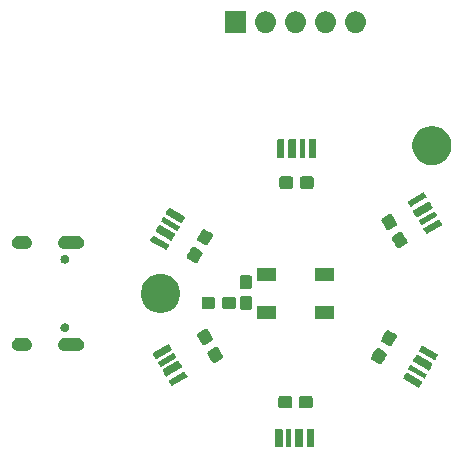
<source format=gbr>
G04 #@! TF.GenerationSoftware,KiCad,Pcbnew,(5.1.4-0-10_14)*
G04 #@! TF.CreationDate,2019-11-19T00:31:21+08:00*
G04 #@! TF.ProjectId,z2m_partner,7a326d5f-7061-4727-946e-65722e6b6963,rev?*
G04 #@! TF.SameCoordinates,Original*
G04 #@! TF.FileFunction,Soldermask,Bot*
G04 #@! TF.FilePolarity,Negative*
%FSLAX46Y46*%
G04 Gerber Fmt 4.6, Leading zero omitted, Abs format (unit mm)*
G04 Created by KiCad (PCBNEW (5.1.4-0-10_14)) date 2019-11-19 00:31:21*
%MOMM*%
%LPD*%
G04 APERTURE LIST*
%ADD10C,0.100000*%
G04 APERTURE END LIST*
D10*
G36*
X186020113Y-114321045D02*
G01*
X186034160Y-114325305D01*
X186047110Y-114332227D01*
X186058459Y-114341541D01*
X186067773Y-114352890D01*
X186074695Y-114365840D01*
X186078955Y-114379887D01*
X186081000Y-114400643D01*
X186081000Y-115839357D01*
X186078955Y-115860113D01*
X186074695Y-115874160D01*
X186067773Y-115887110D01*
X186058459Y-115898459D01*
X186047110Y-115907773D01*
X186034160Y-115914695D01*
X186020113Y-115918955D01*
X185999357Y-115921000D01*
X185610643Y-115921000D01*
X185589887Y-115918955D01*
X185575840Y-115914695D01*
X185562890Y-115907773D01*
X185551541Y-115898459D01*
X185542227Y-115887110D01*
X185535305Y-115874160D01*
X185531045Y-115860113D01*
X185529000Y-115839357D01*
X185529000Y-114400643D01*
X185531045Y-114379887D01*
X185535305Y-114365840D01*
X185542227Y-114352890D01*
X185551541Y-114341541D01*
X185562890Y-114332227D01*
X185575840Y-114325305D01*
X185589887Y-114321045D01*
X185610643Y-114319000D01*
X185999357Y-114319000D01*
X186020113Y-114321045D01*
X186020113Y-114321045D01*
G37*
G36*
X185089928Y-114321764D02*
G01*
X185111009Y-114328160D01*
X185130445Y-114338548D01*
X185147476Y-114352524D01*
X185161452Y-114369555D01*
X185171840Y-114388991D01*
X185178236Y-114410072D01*
X185181000Y-114438140D01*
X185181000Y-115801860D01*
X185178236Y-115829928D01*
X185171840Y-115851009D01*
X185161452Y-115870445D01*
X185147476Y-115887476D01*
X185130445Y-115901452D01*
X185111009Y-115911840D01*
X185089928Y-115918236D01*
X185061860Y-115921000D01*
X184598140Y-115921000D01*
X184570072Y-115918236D01*
X184548991Y-115911840D01*
X184529555Y-115901452D01*
X184512524Y-115887476D01*
X184498548Y-115870445D01*
X184488160Y-115851009D01*
X184481764Y-115829928D01*
X184479000Y-115801860D01*
X184479000Y-114438140D01*
X184481764Y-114410072D01*
X184488160Y-114388991D01*
X184498548Y-114369555D01*
X184512524Y-114352524D01*
X184529555Y-114338548D01*
X184548991Y-114328160D01*
X184570072Y-114321764D01*
X184598140Y-114319000D01*
X185061860Y-114319000D01*
X185089928Y-114321764D01*
X185089928Y-114321764D01*
G37*
G36*
X184140232Y-114320563D02*
G01*
X184149595Y-114323403D01*
X184158224Y-114328016D01*
X184165782Y-114334218D01*
X184171984Y-114341776D01*
X184176597Y-114350405D01*
X184179437Y-114359768D01*
X184181000Y-114375640D01*
X184181000Y-115864360D01*
X184179437Y-115880232D01*
X184176597Y-115889595D01*
X184171984Y-115898224D01*
X184165782Y-115905782D01*
X184158224Y-115911984D01*
X184149595Y-115916597D01*
X184140232Y-115919437D01*
X184124360Y-115921000D01*
X183785640Y-115921000D01*
X183769768Y-115919437D01*
X183760405Y-115916597D01*
X183751776Y-115911984D01*
X183744218Y-115905782D01*
X183738016Y-115898224D01*
X183733403Y-115889595D01*
X183730563Y-115880232D01*
X183729000Y-115864360D01*
X183729000Y-114375640D01*
X183730563Y-114359768D01*
X183733403Y-114350405D01*
X183738016Y-114341776D01*
X183744218Y-114334218D01*
X183751776Y-114328016D01*
X183760405Y-114323403D01*
X183769768Y-114320563D01*
X183785640Y-114319000D01*
X184124360Y-114319000D01*
X184140232Y-114320563D01*
X184140232Y-114320563D01*
G37*
G36*
X183360051Y-114321284D02*
G01*
X183376443Y-114326257D01*
X183391555Y-114334334D01*
X183404798Y-114345202D01*
X183415666Y-114358445D01*
X183423743Y-114373557D01*
X183428716Y-114389949D01*
X183431000Y-114413141D01*
X183431000Y-115826859D01*
X183428716Y-115850051D01*
X183423743Y-115866443D01*
X183415666Y-115881555D01*
X183404798Y-115894798D01*
X183391555Y-115905666D01*
X183376443Y-115913743D01*
X183360051Y-115918716D01*
X183336859Y-115921000D01*
X182923141Y-115921000D01*
X182899949Y-115918716D01*
X182883557Y-115913743D01*
X182868445Y-115905666D01*
X182855202Y-115894798D01*
X182844334Y-115881555D01*
X182836257Y-115866443D01*
X182831284Y-115850051D01*
X182829000Y-115826859D01*
X182829000Y-114413141D01*
X182831284Y-114389949D01*
X182836257Y-114373557D01*
X182844334Y-114358445D01*
X182855202Y-114345202D01*
X182868445Y-114334334D01*
X182883557Y-114326257D01*
X182899949Y-114321284D01*
X182923141Y-114319000D01*
X183336859Y-114319000D01*
X183360051Y-114321284D01*
X183360051Y-114321284D01*
G37*
G36*
X185819499Y-111558445D02*
G01*
X185856995Y-111569820D01*
X185891554Y-111588292D01*
X185921847Y-111613153D01*
X185946708Y-111643446D01*
X185965180Y-111678005D01*
X185976555Y-111715501D01*
X185981000Y-111760638D01*
X185981000Y-112399362D01*
X185976555Y-112444499D01*
X185965180Y-112481995D01*
X185946708Y-112516554D01*
X185921847Y-112546847D01*
X185891554Y-112571708D01*
X185856995Y-112590180D01*
X185819499Y-112601555D01*
X185774362Y-112606000D01*
X185035638Y-112606000D01*
X184990501Y-112601555D01*
X184953005Y-112590180D01*
X184918446Y-112571708D01*
X184888153Y-112546847D01*
X184863292Y-112516554D01*
X184844820Y-112481995D01*
X184833445Y-112444499D01*
X184829000Y-112399362D01*
X184829000Y-111760638D01*
X184833445Y-111715501D01*
X184844820Y-111678005D01*
X184863292Y-111643446D01*
X184888153Y-111613153D01*
X184918446Y-111588292D01*
X184953005Y-111569820D01*
X184990501Y-111558445D01*
X185035638Y-111554000D01*
X185774362Y-111554000D01*
X185819499Y-111558445D01*
X185819499Y-111558445D01*
G37*
G36*
X184069499Y-111558445D02*
G01*
X184106995Y-111569820D01*
X184141554Y-111588292D01*
X184171847Y-111613153D01*
X184196708Y-111643446D01*
X184215180Y-111678005D01*
X184226555Y-111715501D01*
X184231000Y-111760638D01*
X184231000Y-112399362D01*
X184226555Y-112444499D01*
X184215180Y-112481995D01*
X184196708Y-112516554D01*
X184171847Y-112546847D01*
X184141554Y-112571708D01*
X184106995Y-112590180D01*
X184069499Y-112601555D01*
X184024362Y-112606000D01*
X183285638Y-112606000D01*
X183240501Y-112601555D01*
X183203005Y-112590180D01*
X183168446Y-112571708D01*
X183138153Y-112546847D01*
X183113292Y-112516554D01*
X183094820Y-112481995D01*
X183083445Y-112444499D01*
X183079000Y-112399362D01*
X183079000Y-111760638D01*
X183083445Y-111715501D01*
X183094820Y-111678005D01*
X183113292Y-111643446D01*
X183138153Y-111613153D01*
X183168446Y-111588292D01*
X183203005Y-111569820D01*
X183240501Y-111558445D01*
X183285638Y-111554000D01*
X184024362Y-111554000D01*
X184069499Y-111558445D01*
X184069499Y-111558445D01*
G37*
G36*
X193950913Y-109599825D02*
G01*
X193967596Y-109603715D01*
X193988825Y-109613334D01*
X194037630Y-109641511D01*
X194037631Y-109641512D01*
X195164331Y-110292012D01*
X195164334Y-110292014D01*
X195213136Y-110320190D01*
X195232083Y-110333767D01*
X195243792Y-110346269D01*
X195252838Y-110360816D01*
X195258875Y-110376856D01*
X195261665Y-110393757D01*
X195261105Y-110410881D01*
X195257215Y-110427563D01*
X195247596Y-110448791D01*
X195219423Y-110497589D01*
X195219418Y-110497599D01*
X195068918Y-110758273D01*
X195068912Y-110758281D01*
X195040737Y-110807082D01*
X195027165Y-110826021D01*
X195014660Y-110837734D01*
X195000110Y-110846781D01*
X194984074Y-110852817D01*
X194967173Y-110855607D01*
X194950049Y-110855047D01*
X194933366Y-110851157D01*
X194912137Y-110841538D01*
X194809454Y-110782254D01*
X193736631Y-110162860D01*
X193736628Y-110162858D01*
X193687826Y-110134682D01*
X193668879Y-110121105D01*
X193657170Y-110108603D01*
X193648124Y-110094056D01*
X193642087Y-110078016D01*
X193639297Y-110061115D01*
X193639857Y-110043991D01*
X193643747Y-110027309D01*
X193653366Y-110006081D01*
X193681539Y-109957283D01*
X193681544Y-109957273D01*
X193832044Y-109696599D01*
X193832050Y-109696591D01*
X193860225Y-109647790D01*
X193873797Y-109628851D01*
X193886302Y-109617138D01*
X193900852Y-109608091D01*
X193916888Y-109602055D01*
X193933789Y-109599265D01*
X193950913Y-109599825D01*
X193950913Y-109599825D01*
G37*
G36*
X175134454Y-109500451D02*
G01*
X175148193Y-109505622D01*
X175160664Y-109513376D01*
X175171381Y-109523414D01*
X175183524Y-109540359D01*
X175211701Y-109589164D01*
X175211706Y-109589170D01*
X175314258Y-109766796D01*
X175377883Y-109876998D01*
X175386491Y-109895997D01*
X175389825Y-109910296D01*
X175390305Y-109924968D01*
X175387913Y-109939454D01*
X175382742Y-109953193D01*
X175374988Y-109965664D01*
X175364950Y-109976381D01*
X175348005Y-109988524D01*
X175299201Y-110016701D01*
X175299194Y-110016706D01*
X174168215Y-110669677D01*
X174102040Y-110707883D01*
X174083041Y-110716491D01*
X174068742Y-110719825D01*
X174054070Y-110720305D01*
X174039584Y-110717913D01*
X174025845Y-110712742D01*
X174013374Y-110704988D01*
X174002657Y-110694950D01*
X173990514Y-110678005D01*
X173962337Y-110629200D01*
X173962332Y-110629194D01*
X173824332Y-110390170D01*
X173796155Y-110341366D01*
X173787547Y-110322367D01*
X173784213Y-110308068D01*
X173783733Y-110293396D01*
X173786125Y-110278910D01*
X173791296Y-110265171D01*
X173799050Y-110252700D01*
X173809088Y-110241983D01*
X173826033Y-110229840D01*
X173874837Y-110201663D01*
X173874844Y-110201658D01*
X175023194Y-109538658D01*
X175071998Y-109510481D01*
X175090997Y-109501873D01*
X175105296Y-109498539D01*
X175119968Y-109498059D01*
X175134454Y-109500451D01*
X175134454Y-109500451D01*
G37*
G36*
X194307292Y-108936259D02*
G01*
X194316817Y-108938480D01*
X194331349Y-108945064D01*
X195620617Y-109689424D01*
X195633582Y-109698714D01*
X195640265Y-109705850D01*
X195645433Y-109714162D01*
X195648877Y-109723311D01*
X195650471Y-109732969D01*
X195650152Y-109742740D01*
X195647930Y-109752265D01*
X195641346Y-109766796D01*
X195613168Y-109815603D01*
X195613167Y-109815604D01*
X195571978Y-109886946D01*
X195471988Y-110060134D01*
X195462694Y-110073103D01*
X195455561Y-110079784D01*
X195447249Y-110084952D01*
X195438100Y-110088396D01*
X195428442Y-110089990D01*
X195418670Y-110089671D01*
X195409145Y-110087450D01*
X195394613Y-110080866D01*
X194105345Y-109336506D01*
X194092380Y-109327216D01*
X194085697Y-109320080D01*
X194080529Y-109311768D01*
X194077085Y-109302619D01*
X194075491Y-109292961D01*
X194075810Y-109283190D01*
X194078032Y-109273665D01*
X194084616Y-109259134D01*
X194253974Y-108965796D01*
X194263268Y-108952827D01*
X194270401Y-108946146D01*
X194278713Y-108940978D01*
X194287862Y-108937534D01*
X194297520Y-108935940D01*
X194307292Y-108936259D01*
X194307292Y-108936259D01*
G37*
G36*
X174605431Y-108606128D02*
G01*
X174626058Y-108613891D01*
X174644764Y-108625523D01*
X174660848Y-108640588D01*
X174677275Y-108663511D01*
X174909132Y-109065099D01*
X174920775Y-109090797D01*
X174925778Y-109112251D01*
X174926498Y-109134274D01*
X174922910Y-109156009D01*
X174915147Y-109176636D01*
X174903515Y-109195342D01*
X174888450Y-109211426D01*
X174865527Y-109227853D01*
X173684517Y-109909710D01*
X173658819Y-109921353D01*
X173637365Y-109926356D01*
X173615342Y-109927076D01*
X173593607Y-109923488D01*
X173572980Y-109915725D01*
X173554274Y-109904093D01*
X173538190Y-109889028D01*
X173521763Y-109866105D01*
X173289906Y-109464517D01*
X173278263Y-109438819D01*
X173273260Y-109417365D01*
X173272540Y-109395342D01*
X173276128Y-109373607D01*
X173283891Y-109352980D01*
X173295523Y-109334274D01*
X173310588Y-109318190D01*
X173333511Y-109301763D01*
X174514521Y-108619906D01*
X174540219Y-108608263D01*
X174561673Y-108603260D01*
X174583696Y-108602540D01*
X174605431Y-108606128D01*
X174605431Y-108606128D01*
G37*
G36*
X194838327Y-108093644D02*
G01*
X194859781Y-108098647D01*
X194885479Y-108110290D01*
X196066489Y-108792147D01*
X196089412Y-108808574D01*
X196104477Y-108824658D01*
X196116109Y-108843364D01*
X196123872Y-108863991D01*
X196127460Y-108885726D01*
X196126740Y-108907749D01*
X196121737Y-108929203D01*
X196110094Y-108954901D01*
X195878237Y-109356489D01*
X195861810Y-109379412D01*
X195845726Y-109394477D01*
X195827020Y-109406109D01*
X195806393Y-109413872D01*
X195784658Y-109417460D01*
X195762635Y-109416740D01*
X195741181Y-109411737D01*
X195715483Y-109400094D01*
X194534473Y-108718237D01*
X194511550Y-108701810D01*
X194496485Y-108685726D01*
X194484853Y-108667020D01*
X194477090Y-108646393D01*
X194473502Y-108624658D01*
X194474222Y-108602635D01*
X194479225Y-108581181D01*
X194490868Y-108555483D01*
X194722725Y-108153895D01*
X194739152Y-108130972D01*
X194755236Y-108115907D01*
X194773942Y-108104275D01*
X194794569Y-108096512D01*
X194816304Y-108092924D01*
X194838327Y-108093644D01*
X194838327Y-108093644D01*
G37*
G36*
X174237138Y-107931604D02*
G01*
X174246287Y-107935048D01*
X174254599Y-107940216D01*
X174261732Y-107946897D01*
X174271026Y-107959866D01*
X174440383Y-108253201D01*
X174446969Y-108267737D01*
X174449190Y-108277259D01*
X174449509Y-108287031D01*
X174447915Y-108296689D01*
X174444471Y-108305838D01*
X174439303Y-108314150D01*
X174432620Y-108321286D01*
X174419655Y-108330576D01*
X173130392Y-109074933D01*
X173115853Y-109081520D01*
X173106329Y-109083741D01*
X173096558Y-109084060D01*
X173086900Y-109082466D01*
X173077751Y-109079022D01*
X173069439Y-109073854D01*
X173062306Y-109067173D01*
X173053012Y-109054204D01*
X172883655Y-108760869D01*
X172877069Y-108746333D01*
X172874848Y-108736811D01*
X172874529Y-108727039D01*
X172876123Y-108717381D01*
X172879567Y-108708232D01*
X172884735Y-108699920D01*
X172891418Y-108692784D01*
X172904383Y-108683494D01*
X174193646Y-107939137D01*
X174208185Y-107932550D01*
X174217709Y-107930329D01*
X174227480Y-107930010D01*
X174237138Y-107931604D01*
X174237138Y-107931604D01*
G37*
G36*
X191518450Y-107513644D02*
G01*
X191556614Y-107522542D01*
X191597927Y-107541261D01*
X192151074Y-107860621D01*
X192187940Y-107887039D01*
X192214729Y-107915641D01*
X192235421Y-107948917D01*
X192249226Y-107985595D01*
X192255608Y-108024253D01*
X192254326Y-108063420D01*
X192245428Y-108101584D01*
X192226707Y-108142901D01*
X192198532Y-108191702D01*
X192198530Y-108191706D01*
X192083380Y-108391152D01*
X191857352Y-108782645D01*
X191830932Y-108819513D01*
X191802327Y-108846305D01*
X191769055Y-108866995D01*
X191732380Y-108880798D01*
X191693713Y-108887182D01*
X191654550Y-108885900D01*
X191616386Y-108877002D01*
X191575073Y-108858283D01*
X191021926Y-108538923D01*
X190985060Y-108512505D01*
X190958271Y-108483903D01*
X190937579Y-108450627D01*
X190923774Y-108413949D01*
X190917392Y-108375291D01*
X190918674Y-108336124D01*
X190927572Y-108297960D01*
X190946293Y-108256643D01*
X190976458Y-108204396D01*
X191128982Y-107940216D01*
X191315648Y-107616899D01*
X191342068Y-107580031D01*
X191370673Y-107553239D01*
X191403945Y-107532549D01*
X191440620Y-107518746D01*
X191479287Y-107512362D01*
X191518450Y-107513644D01*
X191518450Y-107513644D01*
G37*
G36*
X177889375Y-107391744D02*
G01*
X177926053Y-107405549D01*
X177959329Y-107426241D01*
X177987931Y-107453030D01*
X178014353Y-107489901D01*
X178167309Y-107754829D01*
X178345474Y-108063420D01*
X178383707Y-108129643D01*
X178402428Y-108170960D01*
X178411326Y-108209124D01*
X178412608Y-108248287D01*
X178406224Y-108286954D01*
X178392421Y-108323629D01*
X178371731Y-108356901D01*
X178344942Y-108385503D01*
X178308069Y-108411926D01*
X177754927Y-108731283D01*
X177713614Y-108750002D01*
X177675450Y-108758900D01*
X177636283Y-108760182D01*
X177597625Y-108753800D01*
X177560947Y-108739995D01*
X177527671Y-108719303D01*
X177499069Y-108692514D01*
X177472647Y-108655643D01*
X177236225Y-108246147D01*
X177131470Y-108064706D01*
X177131468Y-108064702D01*
X177103293Y-108015901D01*
X177084572Y-107974584D01*
X177075674Y-107936420D01*
X177074392Y-107897257D01*
X177080776Y-107858590D01*
X177094579Y-107821915D01*
X177115269Y-107788643D01*
X177142058Y-107760041D01*
X177178931Y-107733618D01*
X177732073Y-107414261D01*
X177773386Y-107395542D01*
X177811550Y-107386644D01*
X177850717Y-107385362D01*
X177889375Y-107391744D01*
X177889375Y-107391744D01*
G37*
G36*
X195269704Y-107300175D02*
G01*
X195284003Y-107303509D01*
X195303002Y-107312117D01*
X195351806Y-107340294D01*
X196500156Y-108003294D01*
X196500163Y-108003299D01*
X196548967Y-108031476D01*
X196565912Y-108043619D01*
X196575950Y-108054336D01*
X196583704Y-108066807D01*
X196588875Y-108080546D01*
X196591267Y-108095032D01*
X196590787Y-108109704D01*
X196587453Y-108124003D01*
X196578845Y-108143002D01*
X196550668Y-108191806D01*
X196412668Y-108430830D01*
X196412663Y-108430836D01*
X196384486Y-108479641D01*
X196372343Y-108496586D01*
X196361626Y-108506624D01*
X196349155Y-108514378D01*
X196335416Y-108519549D01*
X196320930Y-108521941D01*
X196306258Y-108521461D01*
X196291959Y-108518127D01*
X196272960Y-108509519D01*
X196206785Y-108471313D01*
X195075806Y-107818342D01*
X195075799Y-107818337D01*
X195026995Y-107790160D01*
X195010050Y-107778017D01*
X195000012Y-107767300D01*
X194992258Y-107754829D01*
X194987087Y-107741090D01*
X194984695Y-107726604D01*
X194985175Y-107711932D01*
X194988509Y-107697633D01*
X194997117Y-107678634D01*
X195032760Y-107616899D01*
X195163294Y-107390806D01*
X195163299Y-107390800D01*
X195191476Y-107341995D01*
X195203619Y-107325050D01*
X195214336Y-107315012D01*
X195226807Y-107307258D01*
X195240546Y-107302087D01*
X195255032Y-107299695D01*
X195269704Y-107300175D01*
X195269704Y-107300175D01*
G37*
G36*
X173783112Y-107167183D02*
G01*
X173799152Y-107173220D01*
X173813699Y-107182266D01*
X173826201Y-107193976D01*
X173839775Y-107212918D01*
X173867950Y-107261719D01*
X173867956Y-107261727D01*
X174018456Y-107522401D01*
X174018461Y-107522411D01*
X174046634Y-107571209D01*
X174056253Y-107592437D01*
X174060143Y-107609119D01*
X174060703Y-107626243D01*
X174057913Y-107643144D01*
X174051877Y-107659180D01*
X174042830Y-107673730D01*
X174031118Y-107686235D01*
X174012174Y-107699810D01*
X173963372Y-107727986D01*
X173963369Y-107727988D01*
X172893193Y-108345854D01*
X172787863Y-108406666D01*
X172766634Y-108416285D01*
X172749951Y-108420175D01*
X172732827Y-108420735D01*
X172715926Y-108417945D01*
X172699886Y-108411908D01*
X172685339Y-108402862D01*
X172672837Y-108391152D01*
X172659263Y-108372210D01*
X172631088Y-108323409D01*
X172631082Y-108323401D01*
X172480582Y-108062727D01*
X172480577Y-108062717D01*
X172452404Y-108013919D01*
X172442785Y-107992691D01*
X172438895Y-107976009D01*
X172438335Y-107958885D01*
X172441125Y-107941984D01*
X172447161Y-107925948D01*
X172456208Y-107911398D01*
X172467920Y-107898893D01*
X172486864Y-107885318D01*
X172535666Y-107857142D01*
X172535669Y-107857140D01*
X173662369Y-107206640D01*
X173662370Y-107206639D01*
X173711175Y-107178462D01*
X173732404Y-107168843D01*
X173749087Y-107164953D01*
X173766211Y-107164393D01*
X173783112Y-107167183D01*
X173783112Y-107167183D01*
G37*
G36*
X161758015Y-106646973D02*
G01*
X161861879Y-106678479D01*
X161889055Y-106693005D01*
X161957600Y-106729643D01*
X162041501Y-106798499D01*
X162110357Y-106882400D01*
X162146995Y-106950945D01*
X162161521Y-106978121D01*
X162193027Y-107081985D01*
X162203666Y-107190000D01*
X162193027Y-107298015D01*
X162161521Y-107401879D01*
X162153883Y-107416168D01*
X162110357Y-107497600D01*
X162041501Y-107581501D01*
X161957600Y-107650357D01*
X161904697Y-107678634D01*
X161861879Y-107701521D01*
X161758015Y-107733027D01*
X161677067Y-107741000D01*
X161022933Y-107741000D01*
X160941985Y-107733027D01*
X160838121Y-107701521D01*
X160795303Y-107678634D01*
X160742400Y-107650357D01*
X160658499Y-107581501D01*
X160589643Y-107497600D01*
X160546117Y-107416168D01*
X160538479Y-107401879D01*
X160506973Y-107298015D01*
X160496334Y-107190000D01*
X160506973Y-107081985D01*
X160538479Y-106978121D01*
X160553005Y-106950945D01*
X160589643Y-106882400D01*
X160658499Y-106798499D01*
X160742400Y-106729643D01*
X160810945Y-106693005D01*
X160838121Y-106678479D01*
X160941985Y-106646973D01*
X161022933Y-106639000D01*
X161677067Y-106639000D01*
X161758015Y-106646973D01*
X161758015Y-106646973D01*
G37*
G36*
X166188015Y-106646973D02*
G01*
X166291879Y-106678479D01*
X166319055Y-106693005D01*
X166387600Y-106729643D01*
X166471501Y-106798499D01*
X166540357Y-106882400D01*
X166576995Y-106950945D01*
X166591521Y-106978121D01*
X166623027Y-107081985D01*
X166633666Y-107190000D01*
X166623027Y-107298015D01*
X166591521Y-107401879D01*
X166583883Y-107416168D01*
X166540357Y-107497600D01*
X166471501Y-107581501D01*
X166387600Y-107650357D01*
X166334697Y-107678634D01*
X166291879Y-107701521D01*
X166188015Y-107733027D01*
X166107067Y-107741000D01*
X164952933Y-107741000D01*
X164871985Y-107733027D01*
X164768121Y-107701521D01*
X164725303Y-107678634D01*
X164672400Y-107650357D01*
X164588499Y-107581501D01*
X164519643Y-107497600D01*
X164476117Y-107416168D01*
X164468479Y-107401879D01*
X164436973Y-107298015D01*
X164426334Y-107190000D01*
X164436973Y-107081985D01*
X164468479Y-106978121D01*
X164483005Y-106950945D01*
X164519643Y-106882400D01*
X164588499Y-106798499D01*
X164672400Y-106729643D01*
X164740945Y-106693005D01*
X164768121Y-106678479D01*
X164871985Y-106646973D01*
X164952933Y-106639000D01*
X166107067Y-106639000D01*
X166188015Y-106646973D01*
X166188015Y-106646973D01*
G37*
G36*
X192393450Y-105998100D02*
G01*
X192431614Y-106006998D01*
X192472927Y-106025717D01*
X193026074Y-106345077D01*
X193062940Y-106371495D01*
X193089729Y-106400097D01*
X193110421Y-106433373D01*
X193124226Y-106470051D01*
X193130608Y-106508709D01*
X193129326Y-106547876D01*
X193120428Y-106586040D01*
X193101707Y-106627357D01*
X193073532Y-106676158D01*
X193073530Y-106676162D01*
X192990150Y-106820580D01*
X192732352Y-107267101D01*
X192705932Y-107303969D01*
X192677327Y-107330761D01*
X192644055Y-107351451D01*
X192607380Y-107365254D01*
X192568713Y-107371638D01*
X192529550Y-107370356D01*
X192491386Y-107361458D01*
X192450073Y-107342739D01*
X191896926Y-107023379D01*
X191860060Y-106996961D01*
X191833271Y-106968359D01*
X191812579Y-106935083D01*
X191798774Y-106898405D01*
X191792392Y-106859747D01*
X191793674Y-106820580D01*
X191802572Y-106782416D01*
X191821293Y-106741099D01*
X191857447Y-106678479D01*
X192051108Y-106343046D01*
X192190648Y-106101355D01*
X192217068Y-106064487D01*
X192245673Y-106037695D01*
X192278945Y-106017005D01*
X192315620Y-106003202D01*
X192354287Y-105996818D01*
X192393450Y-105998100D01*
X192393450Y-105998100D01*
G37*
G36*
X177014375Y-105876200D02*
G01*
X177051053Y-105890005D01*
X177084329Y-105910697D01*
X177112931Y-105937486D01*
X177139353Y-105974357D01*
X177281133Y-106219928D01*
X177470474Y-106547876D01*
X177508707Y-106614099D01*
X177527428Y-106655416D01*
X177536326Y-106693580D01*
X177537608Y-106732743D01*
X177531224Y-106771410D01*
X177517421Y-106808085D01*
X177496731Y-106841357D01*
X177469942Y-106869959D01*
X177433069Y-106896382D01*
X176879927Y-107215739D01*
X176838614Y-107234458D01*
X176800450Y-107243356D01*
X176761283Y-107244638D01*
X176722625Y-107238256D01*
X176685947Y-107224451D01*
X176652671Y-107203759D01*
X176624069Y-107176970D01*
X176597647Y-107140099D01*
X176360671Y-106729643D01*
X176256470Y-106549162D01*
X176256468Y-106549158D01*
X176228293Y-106500357D01*
X176209572Y-106459040D01*
X176200674Y-106420876D01*
X176199392Y-106381713D01*
X176205776Y-106343046D01*
X176219579Y-106306371D01*
X176240269Y-106273099D01*
X176267058Y-106244497D01*
X176303931Y-106218074D01*
X176857073Y-105898717D01*
X176898386Y-105879998D01*
X176936550Y-105871100D01*
X176975717Y-105869818D01*
X177014375Y-105876200D01*
X177014375Y-105876200D01*
G37*
G36*
X165109672Y-105398449D02*
G01*
X165109674Y-105398450D01*
X165109675Y-105398450D01*
X165178103Y-105426793D01*
X165239686Y-105467942D01*
X165292058Y-105520314D01*
X165333207Y-105581897D01*
X165361550Y-105650325D01*
X165376000Y-105722967D01*
X165376000Y-105797033D01*
X165361550Y-105869675D01*
X165333207Y-105938103D01*
X165292058Y-105999686D01*
X165239686Y-106052058D01*
X165178103Y-106093207D01*
X165109675Y-106121550D01*
X165109674Y-106121550D01*
X165109672Y-106121551D01*
X165037034Y-106136000D01*
X164962966Y-106136000D01*
X164890328Y-106121551D01*
X164890326Y-106121550D01*
X164890325Y-106121550D01*
X164821897Y-106093207D01*
X164760314Y-106052058D01*
X164707942Y-105999686D01*
X164666793Y-105938103D01*
X164638450Y-105869675D01*
X164624000Y-105797033D01*
X164624000Y-105722967D01*
X164638450Y-105650325D01*
X164666793Y-105581897D01*
X164707942Y-105520314D01*
X164760314Y-105467942D01*
X164821897Y-105426793D01*
X164890325Y-105398450D01*
X164890326Y-105398450D01*
X164890328Y-105398449D01*
X164962966Y-105384000D01*
X165037034Y-105384000D01*
X165109672Y-105398449D01*
X165109672Y-105398449D01*
G37*
G36*
X182901000Y-105021000D02*
G01*
X181299000Y-105021000D01*
X181299000Y-103919000D01*
X182901000Y-103919000D01*
X182901000Y-105021000D01*
X182901000Y-105021000D01*
G37*
G36*
X187801000Y-105021000D02*
G01*
X186199000Y-105021000D01*
X186199000Y-103919000D01*
X187801000Y-103919000D01*
X187801000Y-105021000D01*
X187801000Y-105021000D01*
G37*
G36*
X173475256Y-101271298D02*
G01*
X173581579Y-101292447D01*
X173882042Y-101416903D01*
X174152451Y-101597585D01*
X174382415Y-101827549D01*
X174563097Y-102097958D01*
X174663147Y-102339499D01*
X174687553Y-102398422D01*
X174751000Y-102717389D01*
X174751000Y-103042611D01*
X174735801Y-103119020D01*
X174687553Y-103361579D01*
X174563097Y-103662042D01*
X174382415Y-103932451D01*
X174152451Y-104162415D01*
X173882042Y-104343097D01*
X173581579Y-104467553D01*
X173475256Y-104488702D01*
X173262611Y-104531000D01*
X172937389Y-104531000D01*
X172724744Y-104488702D01*
X172618421Y-104467553D01*
X172317958Y-104343097D01*
X172047549Y-104162415D01*
X171817585Y-103932451D01*
X171636903Y-103662042D01*
X171512447Y-103361579D01*
X171464199Y-103119020D01*
X171449000Y-103042611D01*
X171449000Y-102717389D01*
X171512447Y-102398422D01*
X171536854Y-102339499D01*
X171636903Y-102097958D01*
X171817585Y-101827549D01*
X172047549Y-101597585D01*
X172317958Y-101416903D01*
X172618421Y-101292447D01*
X172724744Y-101271298D01*
X172937389Y-101229000D01*
X173262611Y-101229000D01*
X173475256Y-101271298D01*
X173475256Y-101271298D01*
G37*
G36*
X180684499Y-103103445D02*
G01*
X180721995Y-103114820D01*
X180756554Y-103133292D01*
X180786847Y-103158153D01*
X180811708Y-103188446D01*
X180830180Y-103223005D01*
X180841555Y-103260501D01*
X180846000Y-103305638D01*
X180846000Y-104044362D01*
X180841555Y-104089499D01*
X180830180Y-104126995D01*
X180811708Y-104161554D01*
X180786847Y-104191847D01*
X180756554Y-104216708D01*
X180721995Y-104235180D01*
X180684499Y-104246555D01*
X180639362Y-104251000D01*
X180000638Y-104251000D01*
X179955501Y-104246555D01*
X179918005Y-104235180D01*
X179883446Y-104216708D01*
X179853153Y-104191847D01*
X179828292Y-104161554D01*
X179809820Y-104126995D01*
X179798445Y-104089499D01*
X179794000Y-104044362D01*
X179794000Y-103305638D01*
X179798445Y-103260501D01*
X179809820Y-103223005D01*
X179828292Y-103188446D01*
X179853153Y-103158153D01*
X179883446Y-103133292D01*
X179918005Y-103114820D01*
X179955501Y-103103445D01*
X180000638Y-103099000D01*
X180639362Y-103099000D01*
X180684499Y-103103445D01*
X180684499Y-103103445D01*
G37*
G36*
X177564499Y-103148445D02*
G01*
X177601995Y-103159820D01*
X177636554Y-103178292D01*
X177666847Y-103203153D01*
X177691708Y-103233446D01*
X177710180Y-103268005D01*
X177721555Y-103305501D01*
X177726000Y-103350638D01*
X177726000Y-103989362D01*
X177721555Y-104034499D01*
X177710180Y-104071995D01*
X177691708Y-104106554D01*
X177666847Y-104136847D01*
X177636554Y-104161708D01*
X177601995Y-104180180D01*
X177564499Y-104191555D01*
X177519362Y-104196000D01*
X176780638Y-104196000D01*
X176735501Y-104191555D01*
X176698005Y-104180180D01*
X176663446Y-104161708D01*
X176633153Y-104136847D01*
X176608292Y-104106554D01*
X176589820Y-104071995D01*
X176578445Y-104034499D01*
X176574000Y-103989362D01*
X176574000Y-103350638D01*
X176578445Y-103305501D01*
X176589820Y-103268005D01*
X176608292Y-103233446D01*
X176633153Y-103203153D01*
X176663446Y-103178292D01*
X176698005Y-103159820D01*
X176735501Y-103148445D01*
X176780638Y-103144000D01*
X177519362Y-103144000D01*
X177564499Y-103148445D01*
X177564499Y-103148445D01*
G37*
G36*
X179314499Y-103148445D02*
G01*
X179351995Y-103159820D01*
X179386554Y-103178292D01*
X179416847Y-103203153D01*
X179441708Y-103233446D01*
X179460180Y-103268005D01*
X179471555Y-103305501D01*
X179476000Y-103350638D01*
X179476000Y-103989362D01*
X179471555Y-104034499D01*
X179460180Y-104071995D01*
X179441708Y-104106554D01*
X179416847Y-104136847D01*
X179386554Y-104161708D01*
X179351995Y-104180180D01*
X179314499Y-104191555D01*
X179269362Y-104196000D01*
X178530638Y-104196000D01*
X178485501Y-104191555D01*
X178448005Y-104180180D01*
X178413446Y-104161708D01*
X178383153Y-104136847D01*
X178358292Y-104106554D01*
X178339820Y-104071995D01*
X178328445Y-104034499D01*
X178324000Y-103989362D01*
X178324000Y-103350638D01*
X178328445Y-103305501D01*
X178339820Y-103268005D01*
X178358292Y-103233446D01*
X178383153Y-103203153D01*
X178413446Y-103178292D01*
X178448005Y-103159820D01*
X178485501Y-103148445D01*
X178530638Y-103144000D01*
X179269362Y-103144000D01*
X179314499Y-103148445D01*
X179314499Y-103148445D01*
G37*
G36*
X180684499Y-101353445D02*
G01*
X180721995Y-101364820D01*
X180756554Y-101383292D01*
X180786847Y-101408153D01*
X180811708Y-101438446D01*
X180830180Y-101473005D01*
X180841555Y-101510501D01*
X180846000Y-101555638D01*
X180846000Y-102294362D01*
X180841555Y-102339499D01*
X180830180Y-102376995D01*
X180811708Y-102411554D01*
X180786847Y-102441847D01*
X180756554Y-102466708D01*
X180721995Y-102485180D01*
X180684499Y-102496555D01*
X180639362Y-102501000D01*
X180000638Y-102501000D01*
X179955501Y-102496555D01*
X179918005Y-102485180D01*
X179883446Y-102466708D01*
X179853153Y-102441847D01*
X179828292Y-102411554D01*
X179809820Y-102376995D01*
X179798445Y-102339499D01*
X179794000Y-102294362D01*
X179794000Y-101555638D01*
X179798445Y-101510501D01*
X179809820Y-101473005D01*
X179828292Y-101438446D01*
X179853153Y-101408153D01*
X179883446Y-101383292D01*
X179918005Y-101364820D01*
X179955501Y-101353445D01*
X180000638Y-101349000D01*
X180639362Y-101349000D01*
X180684499Y-101353445D01*
X180684499Y-101353445D01*
G37*
G36*
X187801000Y-101821000D02*
G01*
X186199000Y-101821000D01*
X186199000Y-100719000D01*
X187801000Y-100719000D01*
X187801000Y-101821000D01*
X187801000Y-101821000D01*
G37*
G36*
X182901000Y-101821000D02*
G01*
X181299000Y-101821000D01*
X181299000Y-100719000D01*
X182901000Y-100719000D01*
X182901000Y-101821000D01*
X182901000Y-101821000D01*
G37*
G36*
X165109672Y-99618449D02*
G01*
X165109674Y-99618450D01*
X165109675Y-99618450D01*
X165178103Y-99646793D01*
X165239686Y-99687942D01*
X165292058Y-99740314D01*
X165333207Y-99801897D01*
X165361550Y-99870325D01*
X165376000Y-99942967D01*
X165376000Y-100017033D01*
X165361550Y-100089675D01*
X165333207Y-100158103D01*
X165292058Y-100219686D01*
X165239686Y-100272058D01*
X165178103Y-100313207D01*
X165109675Y-100341550D01*
X165109674Y-100341550D01*
X165109672Y-100341551D01*
X165037034Y-100356000D01*
X164962966Y-100356000D01*
X164890328Y-100341551D01*
X164890326Y-100341550D01*
X164890325Y-100341550D01*
X164821897Y-100313207D01*
X164760314Y-100272058D01*
X164707942Y-100219686D01*
X164666793Y-100158103D01*
X164638450Y-100089675D01*
X164624000Y-100017033D01*
X164624000Y-99942967D01*
X164638450Y-99870325D01*
X164666793Y-99801897D01*
X164707942Y-99740314D01*
X164760314Y-99687942D01*
X164821897Y-99646793D01*
X164890325Y-99618450D01*
X164890326Y-99618450D01*
X164890328Y-99618449D01*
X164962966Y-99604000D01*
X165037034Y-99604000D01*
X165109672Y-99618449D01*
X165109672Y-99618449D01*
G37*
G36*
X175924450Y-98961644D02*
G01*
X175962614Y-98970542D01*
X176003927Y-98989261D01*
X176557074Y-99308621D01*
X176593940Y-99335039D01*
X176620729Y-99363641D01*
X176641421Y-99396917D01*
X176655226Y-99433595D01*
X176661608Y-99472253D01*
X176660326Y-99511420D01*
X176651428Y-99549584D01*
X176632707Y-99590901D01*
X176604532Y-99639702D01*
X176604530Y-99639706D01*
X176546444Y-99740314D01*
X176263352Y-100230645D01*
X176236932Y-100267513D01*
X176208327Y-100294305D01*
X176175055Y-100314995D01*
X176138380Y-100328798D01*
X176099713Y-100335182D01*
X176060550Y-100333900D01*
X176022386Y-100325002D01*
X175981073Y-100306283D01*
X175427926Y-99986923D01*
X175391060Y-99960505D01*
X175364271Y-99931903D01*
X175343579Y-99898627D01*
X175329774Y-99861949D01*
X175323392Y-99823291D01*
X175324674Y-99784124D01*
X175333572Y-99745960D01*
X175352293Y-99704643D01*
X175385693Y-99646793D01*
X175580936Y-99308621D01*
X175721648Y-99064899D01*
X175748068Y-99028031D01*
X175776673Y-99001239D01*
X175809945Y-98980549D01*
X175846620Y-98966746D01*
X175885287Y-98960362D01*
X175924450Y-98961644D01*
X175924450Y-98961644D01*
G37*
G36*
X172503742Y-97978539D02*
G01*
X172518041Y-97981873D01*
X172537040Y-97990481D01*
X172585844Y-98018658D01*
X173734194Y-98681658D01*
X173734201Y-98681663D01*
X173783005Y-98709840D01*
X173799950Y-98721983D01*
X173809988Y-98732700D01*
X173817742Y-98745171D01*
X173822913Y-98758910D01*
X173825305Y-98773396D01*
X173824825Y-98788068D01*
X173821491Y-98802367D01*
X173812883Y-98821366D01*
X173784706Y-98870170D01*
X173646706Y-99109194D01*
X173646701Y-99109200D01*
X173618524Y-99158005D01*
X173606381Y-99174950D01*
X173595664Y-99184988D01*
X173583193Y-99192742D01*
X173569454Y-99197913D01*
X173554968Y-99200305D01*
X173540296Y-99199825D01*
X173525997Y-99196491D01*
X173506998Y-99187883D01*
X173440823Y-99149677D01*
X172309844Y-98496706D01*
X172309837Y-98496701D01*
X172261033Y-98468524D01*
X172244088Y-98456381D01*
X172234050Y-98445664D01*
X172226296Y-98433193D01*
X172221125Y-98419454D01*
X172218733Y-98404968D01*
X172219213Y-98390296D01*
X172222547Y-98375997D01*
X172231155Y-98356998D01*
X172309431Y-98221420D01*
X172397332Y-98069170D01*
X172397337Y-98069164D01*
X172425514Y-98020359D01*
X172437657Y-98003414D01*
X172448374Y-97993376D01*
X172460845Y-97985622D01*
X172474584Y-97980451D01*
X172489070Y-97978059D01*
X172503742Y-97978539D01*
X172503742Y-97978539D01*
G37*
G36*
X166188015Y-98006973D02*
G01*
X166291879Y-98038479D01*
X166304155Y-98045041D01*
X166387600Y-98089643D01*
X166471501Y-98158499D01*
X166540357Y-98242400D01*
X166554350Y-98268580D01*
X166591521Y-98338121D01*
X166623027Y-98441985D01*
X166633666Y-98550000D01*
X166623027Y-98658015D01*
X166591521Y-98761879D01*
X166586821Y-98770672D01*
X166540357Y-98857600D01*
X166471501Y-98941501D01*
X166387600Y-99010357D01*
X166319055Y-99046995D01*
X166291879Y-99061521D01*
X166188015Y-99093027D01*
X166107067Y-99101000D01*
X164952933Y-99101000D01*
X164871985Y-99093027D01*
X164768121Y-99061521D01*
X164740945Y-99046995D01*
X164672400Y-99010357D01*
X164588499Y-98941501D01*
X164519643Y-98857600D01*
X164473179Y-98770672D01*
X164468479Y-98761879D01*
X164436973Y-98658015D01*
X164426334Y-98550000D01*
X164436973Y-98441985D01*
X164468479Y-98338121D01*
X164505650Y-98268580D01*
X164519643Y-98242400D01*
X164588499Y-98158499D01*
X164672400Y-98089643D01*
X164755845Y-98045041D01*
X164768121Y-98038479D01*
X164871985Y-98006973D01*
X164952933Y-97999000D01*
X166107067Y-97999000D01*
X166188015Y-98006973D01*
X166188015Y-98006973D01*
G37*
G36*
X161758015Y-98006973D02*
G01*
X161861879Y-98038479D01*
X161874155Y-98045041D01*
X161957600Y-98089643D01*
X162041501Y-98158499D01*
X162110357Y-98242400D01*
X162124350Y-98268580D01*
X162161521Y-98338121D01*
X162193027Y-98441985D01*
X162203666Y-98550000D01*
X162193027Y-98658015D01*
X162161521Y-98761879D01*
X162156821Y-98770672D01*
X162110357Y-98857600D01*
X162041501Y-98941501D01*
X161957600Y-99010357D01*
X161889055Y-99046995D01*
X161861879Y-99061521D01*
X161758015Y-99093027D01*
X161677067Y-99101000D01*
X161022933Y-99101000D01*
X160941985Y-99093027D01*
X160838121Y-99061521D01*
X160810945Y-99046995D01*
X160742400Y-99010357D01*
X160658499Y-98941501D01*
X160589643Y-98857600D01*
X160543179Y-98770672D01*
X160538479Y-98761879D01*
X160506973Y-98658015D01*
X160496334Y-98550000D01*
X160506973Y-98441985D01*
X160538479Y-98338121D01*
X160575650Y-98268580D01*
X160589643Y-98242400D01*
X160658499Y-98158499D01*
X160742400Y-98089643D01*
X160825845Y-98045041D01*
X160838121Y-98038479D01*
X160941985Y-98006973D01*
X161022933Y-97999000D01*
X161677067Y-97999000D01*
X161758015Y-98006973D01*
X161758015Y-98006973D01*
G37*
G36*
X193493375Y-97676744D02*
G01*
X193530053Y-97690549D01*
X193563329Y-97711241D01*
X193591931Y-97738030D01*
X193618353Y-97774901D01*
X193759086Y-98018658D01*
X193957044Y-98361532D01*
X193987707Y-98414643D01*
X194006428Y-98455960D01*
X194015326Y-98494124D01*
X194016608Y-98533287D01*
X194010224Y-98571954D01*
X193996421Y-98608629D01*
X193975731Y-98641901D01*
X193948942Y-98670503D01*
X193912069Y-98696926D01*
X193358927Y-99016283D01*
X193317614Y-99035002D01*
X193279450Y-99043900D01*
X193240283Y-99045182D01*
X193201625Y-99038800D01*
X193164947Y-99024995D01*
X193131671Y-99004303D01*
X193103069Y-98977514D01*
X193076647Y-98940643D01*
X192841461Y-98533287D01*
X192735470Y-98349706D01*
X192735468Y-98349702D01*
X192707293Y-98300901D01*
X192688572Y-98259584D01*
X192679674Y-98221420D01*
X192678392Y-98182257D01*
X192684776Y-98143590D01*
X192698579Y-98106915D01*
X192719269Y-98073643D01*
X192746058Y-98045041D01*
X192782931Y-98018618D01*
X193336073Y-97699261D01*
X193377386Y-97680542D01*
X193415550Y-97671644D01*
X193454717Y-97670362D01*
X193493375Y-97676744D01*
X193493375Y-97676744D01*
G37*
G36*
X176799450Y-97446100D02*
G01*
X176837614Y-97454998D01*
X176878927Y-97473717D01*
X177432074Y-97793077D01*
X177468940Y-97819495D01*
X177495729Y-97848097D01*
X177516421Y-97881373D01*
X177530226Y-97918051D01*
X177536608Y-97956709D01*
X177535326Y-97995876D01*
X177526428Y-98034040D01*
X177507707Y-98075357D01*
X177479532Y-98124158D01*
X177479530Y-98124162D01*
X177423378Y-98221420D01*
X177138352Y-98715101D01*
X177111932Y-98751969D01*
X177083327Y-98778761D01*
X177050055Y-98799451D01*
X177013380Y-98813254D01*
X176974713Y-98819638D01*
X176935550Y-98818356D01*
X176897386Y-98809458D01*
X176856073Y-98790739D01*
X176302926Y-98471379D01*
X176266060Y-98444961D01*
X176239271Y-98416359D01*
X176218579Y-98383083D01*
X176204774Y-98346405D01*
X176198392Y-98307747D01*
X176199674Y-98268580D01*
X176208572Y-98230416D01*
X176227293Y-98189099D01*
X176274742Y-98106915D01*
X176424170Y-97848097D01*
X176596648Y-97549355D01*
X176623068Y-97512487D01*
X176651673Y-97485695D01*
X176684945Y-97465005D01*
X176721620Y-97451202D01*
X176760287Y-97444818D01*
X176799450Y-97446100D01*
X176799450Y-97446100D01*
G37*
G36*
X173047365Y-97083260D02*
G01*
X173068819Y-97088263D01*
X173094517Y-97099906D01*
X174275527Y-97781763D01*
X174298450Y-97798190D01*
X174313515Y-97814274D01*
X174325147Y-97832980D01*
X174332910Y-97853607D01*
X174336498Y-97875342D01*
X174335778Y-97897365D01*
X174330775Y-97918819D01*
X174319132Y-97944517D01*
X174087275Y-98346105D01*
X174070848Y-98369028D01*
X174054764Y-98384093D01*
X174036058Y-98395725D01*
X174015431Y-98403488D01*
X173993696Y-98407076D01*
X173971673Y-98406356D01*
X173950219Y-98401353D01*
X173924521Y-98389710D01*
X172743511Y-97707853D01*
X172720588Y-97691426D01*
X172705523Y-97675342D01*
X172693891Y-97656636D01*
X172686128Y-97636009D01*
X172682540Y-97614274D01*
X172683260Y-97592251D01*
X172688263Y-97570797D01*
X172699906Y-97545099D01*
X172931763Y-97143511D01*
X172948190Y-97120588D01*
X172964274Y-97105523D01*
X172982980Y-97093891D01*
X173003607Y-97086128D01*
X173025342Y-97082540D01*
X173047365Y-97083260D01*
X173047365Y-97083260D01*
G37*
G36*
X196694074Y-96612055D02*
G01*
X196710114Y-96618092D01*
X196724661Y-96627138D01*
X196737163Y-96638848D01*
X196750737Y-96657790D01*
X196778912Y-96706591D01*
X196778918Y-96706599D01*
X196929418Y-96967273D01*
X196929423Y-96967283D01*
X196957596Y-97016081D01*
X196967215Y-97037309D01*
X196971105Y-97053991D01*
X196971665Y-97071115D01*
X196968875Y-97088016D01*
X196962839Y-97104052D01*
X196953792Y-97118602D01*
X196942080Y-97131107D01*
X196923136Y-97144682D01*
X196874334Y-97172858D01*
X196874331Y-97172860D01*
X195790286Y-97798733D01*
X195698825Y-97851538D01*
X195677596Y-97861157D01*
X195660913Y-97865047D01*
X195643789Y-97865607D01*
X195626888Y-97862817D01*
X195610848Y-97856780D01*
X195596301Y-97847734D01*
X195583799Y-97836024D01*
X195570225Y-97817082D01*
X195542050Y-97768281D01*
X195542044Y-97768273D01*
X195391544Y-97507599D01*
X195391539Y-97507589D01*
X195363366Y-97458791D01*
X195353747Y-97437563D01*
X195349857Y-97420881D01*
X195349297Y-97403757D01*
X195352087Y-97386856D01*
X195358123Y-97370820D01*
X195367170Y-97356270D01*
X195378882Y-97343765D01*
X195397826Y-97330190D01*
X195446628Y-97302014D01*
X195446631Y-97302012D01*
X196573331Y-96651512D01*
X196573332Y-96651511D01*
X196622137Y-96623334D01*
X196643366Y-96613715D01*
X196660049Y-96609825D01*
X196677173Y-96609265D01*
X196694074Y-96612055D01*
X196694074Y-96612055D01*
G37*
G36*
X173391330Y-96410329D02*
G01*
X173400855Y-96412550D01*
X173415387Y-96419134D01*
X174704655Y-97163494D01*
X174717620Y-97172784D01*
X174724303Y-97179920D01*
X174729471Y-97188232D01*
X174732915Y-97197381D01*
X174734509Y-97207039D01*
X174734190Y-97216810D01*
X174731968Y-97226335D01*
X174725384Y-97240866D01*
X174556026Y-97534204D01*
X174546732Y-97547173D01*
X174539599Y-97553854D01*
X174531287Y-97559022D01*
X174522138Y-97562466D01*
X174512480Y-97564060D01*
X174502708Y-97563741D01*
X174493183Y-97561520D01*
X174478651Y-97554936D01*
X173189383Y-96810576D01*
X173176418Y-96801286D01*
X173169735Y-96794150D01*
X173164567Y-96785838D01*
X173161123Y-96776689D01*
X173159529Y-96767031D01*
X173159848Y-96757260D01*
X173162070Y-96747735D01*
X173168654Y-96733204D01*
X173196978Y-96684146D01*
X173253446Y-96586340D01*
X173338012Y-96439866D01*
X173347306Y-96426897D01*
X173354439Y-96420216D01*
X173362751Y-96415048D01*
X173371900Y-96411604D01*
X173381558Y-96410010D01*
X173391330Y-96410329D01*
X173391330Y-96410329D01*
G37*
G36*
X192618375Y-96161200D02*
G01*
X192655053Y-96175005D01*
X192688329Y-96195697D01*
X192716931Y-96222486D01*
X192743353Y-96259357D01*
X192885133Y-96504928D01*
X193071302Y-96827382D01*
X193112707Y-96899099D01*
X193131428Y-96940416D01*
X193140326Y-96978580D01*
X193141608Y-97017743D01*
X193135224Y-97056410D01*
X193121421Y-97093085D01*
X193100731Y-97126357D01*
X193073942Y-97154959D01*
X193037069Y-97181382D01*
X192483927Y-97500739D01*
X192442614Y-97519458D01*
X192404450Y-97528356D01*
X192365283Y-97529638D01*
X192326625Y-97523256D01*
X192289947Y-97509451D01*
X192256671Y-97488759D01*
X192228069Y-97461970D01*
X192201647Y-97425099D01*
X191997275Y-97071115D01*
X191860470Y-96834162D01*
X191860468Y-96834158D01*
X191832293Y-96785357D01*
X191813572Y-96744040D01*
X191804674Y-96705876D01*
X191803392Y-96666713D01*
X191809776Y-96628046D01*
X191823579Y-96591371D01*
X191844269Y-96558099D01*
X191871058Y-96529497D01*
X191907931Y-96503074D01*
X192461073Y-96183717D01*
X192502386Y-96164998D01*
X192540550Y-96156100D01*
X192579717Y-96154818D01*
X192618375Y-96161200D01*
X192618375Y-96161200D01*
G37*
G36*
X196323100Y-95947534D02*
G01*
X196332249Y-95950978D01*
X196340561Y-95956146D01*
X196347694Y-95962827D01*
X196356988Y-95975796D01*
X196526345Y-96269131D01*
X196532931Y-96283667D01*
X196535152Y-96293189D01*
X196535471Y-96302961D01*
X196533877Y-96312619D01*
X196530433Y-96321768D01*
X196525265Y-96330080D01*
X196518582Y-96337216D01*
X196505617Y-96346506D01*
X195216354Y-97090863D01*
X195201815Y-97097450D01*
X195192291Y-97099671D01*
X195182520Y-97099990D01*
X195172862Y-97098396D01*
X195163713Y-97094952D01*
X195155401Y-97089784D01*
X195148268Y-97083103D01*
X195138974Y-97070134D01*
X194969617Y-96776799D01*
X194963031Y-96762263D01*
X194960810Y-96752741D01*
X194960491Y-96742969D01*
X194962085Y-96733311D01*
X194965529Y-96724162D01*
X194970697Y-96715850D01*
X194977380Y-96708714D01*
X194990345Y-96699424D01*
X196279608Y-95955067D01*
X196294147Y-95948480D01*
X196303671Y-95946259D01*
X196313442Y-95945940D01*
X196323100Y-95947534D01*
X196323100Y-95947534D01*
G37*
G36*
X173859951Y-95644953D02*
G01*
X173876634Y-95648843D01*
X173897863Y-95658462D01*
X173946668Y-95686639D01*
X173946669Y-95686640D01*
X175073369Y-96337140D01*
X175073372Y-96337142D01*
X175122174Y-96365318D01*
X175141121Y-96378895D01*
X175152830Y-96391397D01*
X175161876Y-96405944D01*
X175167913Y-96421984D01*
X175170703Y-96438885D01*
X175170143Y-96456009D01*
X175166253Y-96472691D01*
X175156634Y-96493919D01*
X175128461Y-96542717D01*
X175128456Y-96542727D01*
X174977956Y-96803401D01*
X174977950Y-96803409D01*
X174949775Y-96852210D01*
X174936203Y-96871149D01*
X174923698Y-96882862D01*
X174909148Y-96891909D01*
X174893112Y-96897945D01*
X174876211Y-96900735D01*
X174859087Y-96900175D01*
X174842404Y-96896285D01*
X174821175Y-96886666D01*
X174689383Y-96810576D01*
X173645669Y-96207988D01*
X173645666Y-96207986D01*
X173596864Y-96179810D01*
X173577917Y-96166233D01*
X173566208Y-96153731D01*
X173557162Y-96139184D01*
X173551125Y-96123144D01*
X173548335Y-96106243D01*
X173548895Y-96089119D01*
X173552785Y-96072437D01*
X173562404Y-96051209D01*
X173590577Y-96002411D01*
X173590582Y-96002401D01*
X173741082Y-95741727D01*
X173741088Y-95741719D01*
X173769263Y-95692918D01*
X173782835Y-95673979D01*
X173795340Y-95662266D01*
X173809890Y-95653219D01*
X173825926Y-95647183D01*
X173842827Y-95644393D01*
X173859951Y-95644953D01*
X173859951Y-95644953D01*
G37*
G36*
X195816393Y-95106512D02*
G01*
X195837020Y-95114275D01*
X195855726Y-95125907D01*
X195871810Y-95140972D01*
X195888237Y-95163895D01*
X196120094Y-95565483D01*
X196131737Y-95591181D01*
X196136740Y-95612635D01*
X196137460Y-95634658D01*
X196133872Y-95656393D01*
X196126109Y-95677020D01*
X196114477Y-95695726D01*
X196099412Y-95711810D01*
X196076489Y-95728237D01*
X194895479Y-96410094D01*
X194869781Y-96421737D01*
X194848327Y-96426740D01*
X194826304Y-96427460D01*
X194804569Y-96423872D01*
X194783942Y-96416109D01*
X194765236Y-96404477D01*
X194749152Y-96389412D01*
X194732725Y-96366489D01*
X194500868Y-95964901D01*
X194489225Y-95939203D01*
X194484222Y-95917749D01*
X194483502Y-95895726D01*
X194487090Y-95873991D01*
X194494853Y-95853364D01*
X194506485Y-95834658D01*
X194521550Y-95818574D01*
X194544473Y-95802147D01*
X195725483Y-95120290D01*
X195751181Y-95108647D01*
X195772635Y-95103644D01*
X195794658Y-95102924D01*
X195816393Y-95106512D01*
X195816393Y-95106512D01*
G37*
G36*
X195370416Y-94312087D02*
G01*
X195384155Y-94317258D01*
X195396626Y-94325012D01*
X195407343Y-94335050D01*
X195419486Y-94351995D01*
X195447663Y-94400800D01*
X195447668Y-94400806D01*
X195585668Y-94639830D01*
X195613845Y-94688634D01*
X195622453Y-94707633D01*
X195625787Y-94721932D01*
X195626267Y-94736604D01*
X195623875Y-94751090D01*
X195618704Y-94764829D01*
X195610950Y-94777300D01*
X195600912Y-94788017D01*
X195583967Y-94800160D01*
X195535163Y-94828337D01*
X195535156Y-94828342D01*
X194404177Y-95481313D01*
X194338002Y-95519519D01*
X194319003Y-95528127D01*
X194304704Y-95531461D01*
X194290032Y-95531941D01*
X194275546Y-95529549D01*
X194261807Y-95524378D01*
X194249336Y-95516624D01*
X194238619Y-95506586D01*
X194226476Y-95489641D01*
X194198299Y-95440836D01*
X194198294Y-95440830D01*
X194060294Y-95201806D01*
X194032117Y-95153002D01*
X194023509Y-95134003D01*
X194020175Y-95119704D01*
X194019695Y-95105032D01*
X194022087Y-95090546D01*
X194027258Y-95076807D01*
X194035012Y-95064336D01*
X194045050Y-95053619D01*
X194061995Y-95041476D01*
X194110799Y-95013299D01*
X194110806Y-95013294D01*
X195259156Y-94350294D01*
X195307960Y-94322117D01*
X195326959Y-94313509D01*
X195341258Y-94310175D01*
X195355930Y-94309695D01*
X195370416Y-94312087D01*
X195370416Y-94312087D01*
G37*
G36*
X184154499Y-92978445D02*
G01*
X184191995Y-92989820D01*
X184226554Y-93008292D01*
X184256847Y-93033153D01*
X184281708Y-93063446D01*
X184300180Y-93098005D01*
X184311555Y-93135501D01*
X184316000Y-93180638D01*
X184316000Y-93819362D01*
X184311555Y-93864499D01*
X184300180Y-93901995D01*
X184281708Y-93936554D01*
X184256847Y-93966847D01*
X184226554Y-93991708D01*
X184191995Y-94010180D01*
X184154499Y-94021555D01*
X184109362Y-94026000D01*
X183370638Y-94026000D01*
X183325501Y-94021555D01*
X183288005Y-94010180D01*
X183253446Y-93991708D01*
X183223153Y-93966847D01*
X183198292Y-93936554D01*
X183179820Y-93901995D01*
X183168445Y-93864499D01*
X183164000Y-93819362D01*
X183164000Y-93180638D01*
X183168445Y-93135501D01*
X183179820Y-93098005D01*
X183198292Y-93063446D01*
X183223153Y-93033153D01*
X183253446Y-93008292D01*
X183288005Y-92989820D01*
X183325501Y-92978445D01*
X183370638Y-92974000D01*
X184109362Y-92974000D01*
X184154499Y-92978445D01*
X184154499Y-92978445D01*
G37*
G36*
X185904499Y-92978445D02*
G01*
X185941995Y-92989820D01*
X185976554Y-93008292D01*
X186006847Y-93033153D01*
X186031708Y-93063446D01*
X186050180Y-93098005D01*
X186061555Y-93135501D01*
X186066000Y-93180638D01*
X186066000Y-93819362D01*
X186061555Y-93864499D01*
X186050180Y-93901995D01*
X186031708Y-93936554D01*
X186006847Y-93966847D01*
X185976554Y-93991708D01*
X185941995Y-94010180D01*
X185904499Y-94021555D01*
X185859362Y-94026000D01*
X185120638Y-94026000D01*
X185075501Y-94021555D01*
X185038005Y-94010180D01*
X185003446Y-93991708D01*
X184973153Y-93966847D01*
X184948292Y-93936554D01*
X184929820Y-93901995D01*
X184918445Y-93864499D01*
X184914000Y-93819362D01*
X184914000Y-93180638D01*
X184918445Y-93135501D01*
X184929820Y-93098005D01*
X184948292Y-93063446D01*
X184973153Y-93033153D01*
X185003446Y-93008292D01*
X185038005Y-92989820D01*
X185075501Y-92978445D01*
X185120638Y-92974000D01*
X185859362Y-92974000D01*
X185904499Y-92978445D01*
X185904499Y-92978445D01*
G37*
G36*
X196455256Y-88751298D02*
G01*
X196561579Y-88772447D01*
X196862042Y-88896903D01*
X197132451Y-89077585D01*
X197362415Y-89307549D01*
X197543097Y-89577958D01*
X197667553Y-89878421D01*
X197731000Y-90197391D01*
X197731000Y-90522609D01*
X197667553Y-90841579D01*
X197543097Y-91142042D01*
X197362415Y-91412451D01*
X197132451Y-91642415D01*
X196862042Y-91823097D01*
X196561579Y-91947553D01*
X196455256Y-91968702D01*
X196242611Y-92011000D01*
X195917389Y-92011000D01*
X195704744Y-91968702D01*
X195598421Y-91947553D01*
X195297958Y-91823097D01*
X195027549Y-91642415D01*
X194797585Y-91412451D01*
X194616903Y-91142042D01*
X194492447Y-90841579D01*
X194429000Y-90522609D01*
X194429000Y-90197391D01*
X194492447Y-89878421D01*
X194616903Y-89577958D01*
X194797585Y-89307549D01*
X195027549Y-89077585D01*
X195297958Y-88896903D01*
X195598421Y-88772447D01*
X195704744Y-88751298D01*
X195917389Y-88709000D01*
X196242611Y-88709000D01*
X196455256Y-88751298D01*
X196455256Y-88751298D01*
G37*
G36*
X184509928Y-89821764D02*
G01*
X184531009Y-89828160D01*
X184550445Y-89838548D01*
X184567476Y-89852524D01*
X184581452Y-89869555D01*
X184591840Y-89888991D01*
X184598236Y-89910072D01*
X184601000Y-89938140D01*
X184601000Y-91301860D01*
X184598236Y-91329928D01*
X184591840Y-91351009D01*
X184581452Y-91370445D01*
X184567476Y-91387476D01*
X184550445Y-91401452D01*
X184531009Y-91411840D01*
X184509928Y-91418236D01*
X184481860Y-91421000D01*
X184018140Y-91421000D01*
X183990072Y-91418236D01*
X183968991Y-91411840D01*
X183949555Y-91401452D01*
X183932524Y-91387476D01*
X183918548Y-91370445D01*
X183908160Y-91351009D01*
X183901764Y-91329928D01*
X183899000Y-91301860D01*
X183899000Y-89938140D01*
X183901764Y-89910072D01*
X183908160Y-89888991D01*
X183918548Y-89869555D01*
X183932524Y-89852524D01*
X183949555Y-89838548D01*
X183968991Y-89828160D01*
X183990072Y-89821764D01*
X184018140Y-89819000D01*
X184481860Y-89819000D01*
X184509928Y-89821764D01*
X184509928Y-89821764D01*
G37*
G36*
X185310232Y-89820563D02*
G01*
X185319595Y-89823403D01*
X185328224Y-89828016D01*
X185335782Y-89834218D01*
X185341984Y-89841776D01*
X185346597Y-89850405D01*
X185349437Y-89859768D01*
X185351000Y-89875640D01*
X185351000Y-91364360D01*
X185349437Y-91380232D01*
X185346597Y-91389595D01*
X185341984Y-91398224D01*
X185335782Y-91405782D01*
X185328224Y-91411984D01*
X185319595Y-91416597D01*
X185310232Y-91419437D01*
X185294360Y-91421000D01*
X184955640Y-91421000D01*
X184939768Y-91419437D01*
X184930405Y-91416597D01*
X184921776Y-91411984D01*
X184914218Y-91405782D01*
X184908016Y-91398224D01*
X184903403Y-91389595D01*
X184900563Y-91380232D01*
X184899000Y-91364360D01*
X184899000Y-89875640D01*
X184900563Y-89859768D01*
X184903403Y-89850405D01*
X184908016Y-89841776D01*
X184914218Y-89834218D01*
X184921776Y-89828016D01*
X184930405Y-89823403D01*
X184939768Y-89820563D01*
X184955640Y-89819000D01*
X185294360Y-89819000D01*
X185310232Y-89820563D01*
X185310232Y-89820563D01*
G37*
G36*
X186180051Y-89821284D02*
G01*
X186196443Y-89826257D01*
X186211555Y-89834334D01*
X186224798Y-89845202D01*
X186235666Y-89858445D01*
X186243743Y-89873557D01*
X186248716Y-89889949D01*
X186251000Y-89913141D01*
X186251000Y-91326859D01*
X186248716Y-91350051D01*
X186243743Y-91366443D01*
X186235666Y-91381555D01*
X186224798Y-91394798D01*
X186211555Y-91405666D01*
X186196443Y-91413743D01*
X186180051Y-91418716D01*
X186156859Y-91421000D01*
X185743141Y-91421000D01*
X185719949Y-91418716D01*
X185703557Y-91413743D01*
X185688445Y-91405666D01*
X185675202Y-91394798D01*
X185664334Y-91381555D01*
X185656257Y-91366443D01*
X185651284Y-91350051D01*
X185649000Y-91326859D01*
X185649000Y-89913141D01*
X185651284Y-89889949D01*
X185656257Y-89873557D01*
X185664334Y-89858445D01*
X185675202Y-89845202D01*
X185688445Y-89834334D01*
X185703557Y-89826257D01*
X185719949Y-89821284D01*
X185743141Y-89819000D01*
X186156859Y-89819000D01*
X186180051Y-89821284D01*
X186180051Y-89821284D01*
G37*
G36*
X183490113Y-89821045D02*
G01*
X183504160Y-89825305D01*
X183517110Y-89832227D01*
X183528459Y-89841541D01*
X183537773Y-89852890D01*
X183544695Y-89865840D01*
X183548955Y-89879887D01*
X183551000Y-89900643D01*
X183551000Y-91339357D01*
X183548955Y-91360113D01*
X183544695Y-91374160D01*
X183537773Y-91387110D01*
X183528459Y-91398459D01*
X183517110Y-91407773D01*
X183504160Y-91414695D01*
X183490113Y-91418955D01*
X183469357Y-91421000D01*
X183080643Y-91421000D01*
X183059887Y-91418955D01*
X183045840Y-91414695D01*
X183032890Y-91407773D01*
X183021541Y-91398459D01*
X183012227Y-91387110D01*
X183005305Y-91374160D01*
X183001045Y-91360113D01*
X182999000Y-91339357D01*
X182999000Y-89900643D01*
X183001045Y-89879887D01*
X183005305Y-89865840D01*
X183012227Y-89852890D01*
X183021541Y-89841541D01*
X183032890Y-89832227D01*
X183045840Y-89825305D01*
X183059887Y-89821045D01*
X183080643Y-89819000D01*
X183469357Y-89819000D01*
X183490113Y-89821045D01*
X183490113Y-89821045D01*
G37*
G36*
X180351000Y-80801000D02*
G01*
X178549000Y-80801000D01*
X178549000Y-78999000D01*
X180351000Y-78999000D01*
X180351000Y-80801000D01*
X180351000Y-80801000D01*
G37*
G36*
X182100442Y-79005518D02*
G01*
X182166627Y-79012037D01*
X182336466Y-79063557D01*
X182492991Y-79147222D01*
X182528729Y-79176552D01*
X182630186Y-79259814D01*
X182713448Y-79361271D01*
X182742778Y-79397009D01*
X182826443Y-79553534D01*
X182877963Y-79723373D01*
X182895359Y-79900000D01*
X182877963Y-80076627D01*
X182826443Y-80246466D01*
X182742778Y-80402991D01*
X182713448Y-80438729D01*
X182630186Y-80540186D01*
X182528729Y-80623448D01*
X182492991Y-80652778D01*
X182336466Y-80736443D01*
X182166627Y-80787963D01*
X182100442Y-80794482D01*
X182034260Y-80801000D01*
X181945740Y-80801000D01*
X181879558Y-80794482D01*
X181813373Y-80787963D01*
X181643534Y-80736443D01*
X181487009Y-80652778D01*
X181451271Y-80623448D01*
X181349814Y-80540186D01*
X181266552Y-80438729D01*
X181237222Y-80402991D01*
X181153557Y-80246466D01*
X181102037Y-80076627D01*
X181084641Y-79900000D01*
X181102037Y-79723373D01*
X181153557Y-79553534D01*
X181237222Y-79397009D01*
X181266552Y-79361271D01*
X181349814Y-79259814D01*
X181451271Y-79176552D01*
X181487009Y-79147222D01*
X181643534Y-79063557D01*
X181813373Y-79012037D01*
X181879558Y-79005518D01*
X181945740Y-78999000D01*
X182034260Y-78999000D01*
X182100442Y-79005518D01*
X182100442Y-79005518D01*
G37*
G36*
X187180442Y-79005518D02*
G01*
X187246627Y-79012037D01*
X187416466Y-79063557D01*
X187572991Y-79147222D01*
X187608729Y-79176552D01*
X187710186Y-79259814D01*
X187793448Y-79361271D01*
X187822778Y-79397009D01*
X187906443Y-79553534D01*
X187957963Y-79723373D01*
X187975359Y-79900000D01*
X187957963Y-80076627D01*
X187906443Y-80246466D01*
X187822778Y-80402991D01*
X187793448Y-80438729D01*
X187710186Y-80540186D01*
X187608729Y-80623448D01*
X187572991Y-80652778D01*
X187416466Y-80736443D01*
X187246627Y-80787963D01*
X187180442Y-80794482D01*
X187114260Y-80801000D01*
X187025740Y-80801000D01*
X186959558Y-80794482D01*
X186893373Y-80787963D01*
X186723534Y-80736443D01*
X186567009Y-80652778D01*
X186531271Y-80623448D01*
X186429814Y-80540186D01*
X186346552Y-80438729D01*
X186317222Y-80402991D01*
X186233557Y-80246466D01*
X186182037Y-80076627D01*
X186164641Y-79900000D01*
X186182037Y-79723373D01*
X186233557Y-79553534D01*
X186317222Y-79397009D01*
X186346552Y-79361271D01*
X186429814Y-79259814D01*
X186531271Y-79176552D01*
X186567009Y-79147222D01*
X186723534Y-79063557D01*
X186893373Y-79012037D01*
X186959558Y-79005518D01*
X187025740Y-78999000D01*
X187114260Y-78999000D01*
X187180442Y-79005518D01*
X187180442Y-79005518D01*
G37*
G36*
X189720442Y-79005518D02*
G01*
X189786627Y-79012037D01*
X189956466Y-79063557D01*
X190112991Y-79147222D01*
X190148729Y-79176552D01*
X190250186Y-79259814D01*
X190333448Y-79361271D01*
X190362778Y-79397009D01*
X190446443Y-79553534D01*
X190497963Y-79723373D01*
X190515359Y-79900000D01*
X190497963Y-80076627D01*
X190446443Y-80246466D01*
X190362778Y-80402991D01*
X190333448Y-80438729D01*
X190250186Y-80540186D01*
X190148729Y-80623448D01*
X190112991Y-80652778D01*
X189956466Y-80736443D01*
X189786627Y-80787963D01*
X189720442Y-80794482D01*
X189654260Y-80801000D01*
X189565740Y-80801000D01*
X189499558Y-80794482D01*
X189433373Y-80787963D01*
X189263534Y-80736443D01*
X189107009Y-80652778D01*
X189071271Y-80623448D01*
X188969814Y-80540186D01*
X188886552Y-80438729D01*
X188857222Y-80402991D01*
X188773557Y-80246466D01*
X188722037Y-80076627D01*
X188704641Y-79900000D01*
X188722037Y-79723373D01*
X188773557Y-79553534D01*
X188857222Y-79397009D01*
X188886552Y-79361271D01*
X188969814Y-79259814D01*
X189071271Y-79176552D01*
X189107009Y-79147222D01*
X189263534Y-79063557D01*
X189433373Y-79012037D01*
X189499558Y-79005518D01*
X189565740Y-78999000D01*
X189654260Y-78999000D01*
X189720442Y-79005518D01*
X189720442Y-79005518D01*
G37*
G36*
X184640442Y-79005518D02*
G01*
X184706627Y-79012037D01*
X184876466Y-79063557D01*
X185032991Y-79147222D01*
X185068729Y-79176552D01*
X185170186Y-79259814D01*
X185253448Y-79361271D01*
X185282778Y-79397009D01*
X185366443Y-79553534D01*
X185417963Y-79723373D01*
X185435359Y-79900000D01*
X185417963Y-80076627D01*
X185366443Y-80246466D01*
X185282778Y-80402991D01*
X185253448Y-80438729D01*
X185170186Y-80540186D01*
X185068729Y-80623448D01*
X185032991Y-80652778D01*
X184876466Y-80736443D01*
X184706627Y-80787963D01*
X184640442Y-80794482D01*
X184574260Y-80801000D01*
X184485740Y-80801000D01*
X184419558Y-80794482D01*
X184353373Y-80787963D01*
X184183534Y-80736443D01*
X184027009Y-80652778D01*
X183991271Y-80623448D01*
X183889814Y-80540186D01*
X183806552Y-80438729D01*
X183777222Y-80402991D01*
X183693557Y-80246466D01*
X183642037Y-80076627D01*
X183624641Y-79900000D01*
X183642037Y-79723373D01*
X183693557Y-79553534D01*
X183777222Y-79397009D01*
X183806552Y-79361271D01*
X183889814Y-79259814D01*
X183991271Y-79176552D01*
X184027009Y-79147222D01*
X184183534Y-79063557D01*
X184353373Y-79012037D01*
X184419558Y-79005518D01*
X184485740Y-78999000D01*
X184574260Y-78999000D01*
X184640442Y-79005518D01*
X184640442Y-79005518D01*
G37*
M02*

</source>
